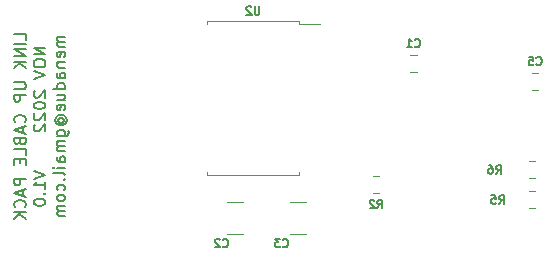
<source format=gbr>
G04 #@! TF.GenerationSoftware,KiCad,Pcbnew,5.1.5+dfsg1-2build2*
G04 #@! TF.CreationDate,2022-11-08T07:38:21+00:00*
G04 #@! TF.ProjectId,link-up-serial,6c696e6b-2d75-4702-9d73-657269616c2e,rev?*
G04 #@! TF.SameCoordinates,Original*
G04 #@! TF.FileFunction,Legend,Bot*
G04 #@! TF.FilePolarity,Positive*
%FSLAX46Y46*%
G04 Gerber Fmt 4.6, Leading zero omitted, Abs format (unit mm)*
G04 Created by KiCad (PCBNEW 5.1.5+dfsg1-2build2) date 2022-11-08 07:38:21*
%MOMM*%
%LPD*%
G04 APERTURE LIST*
%ADD10C,0.150000*%
%ADD11C,0.120000*%
G04 APERTURE END LIST*
D10*
X86686380Y-105061666D02*
X86686380Y-104585476D01*
X85686380Y-104585476D01*
X86686380Y-105395000D02*
X85686380Y-105395000D01*
X86686380Y-105871190D02*
X85686380Y-105871190D01*
X86686380Y-106442619D01*
X85686380Y-106442619D01*
X86686380Y-106918809D02*
X85686380Y-106918809D01*
X86686380Y-107490238D02*
X86114952Y-107061666D01*
X85686380Y-107490238D02*
X86257809Y-106918809D01*
X85686380Y-108680714D02*
X86495904Y-108680714D01*
X86591142Y-108728333D01*
X86638761Y-108775952D01*
X86686380Y-108871190D01*
X86686380Y-109061666D01*
X86638761Y-109156904D01*
X86591142Y-109204523D01*
X86495904Y-109252142D01*
X85686380Y-109252142D01*
X86686380Y-109728333D02*
X85686380Y-109728333D01*
X85686380Y-110109285D01*
X85734000Y-110204523D01*
X85781619Y-110252142D01*
X85876857Y-110299761D01*
X86019714Y-110299761D01*
X86114952Y-110252142D01*
X86162571Y-110204523D01*
X86210190Y-110109285D01*
X86210190Y-109728333D01*
X86591142Y-112061666D02*
X86638761Y-112014047D01*
X86686380Y-111871190D01*
X86686380Y-111775952D01*
X86638761Y-111633095D01*
X86543523Y-111537857D01*
X86448285Y-111490238D01*
X86257809Y-111442619D01*
X86114952Y-111442619D01*
X85924476Y-111490238D01*
X85829238Y-111537857D01*
X85734000Y-111633095D01*
X85686380Y-111775952D01*
X85686380Y-111871190D01*
X85734000Y-112014047D01*
X85781619Y-112061666D01*
X86400666Y-112442619D02*
X86400666Y-112918809D01*
X86686380Y-112347380D02*
X85686380Y-112680714D01*
X86686380Y-113014047D01*
X86162571Y-113680714D02*
X86210190Y-113823571D01*
X86257809Y-113871190D01*
X86353047Y-113918809D01*
X86495904Y-113918809D01*
X86591142Y-113871190D01*
X86638761Y-113823571D01*
X86686380Y-113728333D01*
X86686380Y-113347380D01*
X85686380Y-113347380D01*
X85686380Y-113680714D01*
X85734000Y-113775952D01*
X85781619Y-113823571D01*
X85876857Y-113871190D01*
X85972095Y-113871190D01*
X86067333Y-113823571D01*
X86114952Y-113775952D01*
X86162571Y-113680714D01*
X86162571Y-113347380D01*
X86686380Y-114823571D02*
X86686380Y-114347380D01*
X85686380Y-114347380D01*
X86162571Y-115156904D02*
X86162571Y-115490238D01*
X86686380Y-115633095D02*
X86686380Y-115156904D01*
X85686380Y-115156904D01*
X85686380Y-115633095D01*
X86686380Y-116823571D02*
X85686380Y-116823571D01*
X85686380Y-117204523D01*
X85734000Y-117299761D01*
X85781619Y-117347380D01*
X85876857Y-117395000D01*
X86019714Y-117395000D01*
X86114952Y-117347380D01*
X86162571Y-117299761D01*
X86210190Y-117204523D01*
X86210190Y-116823571D01*
X86400666Y-117775952D02*
X86400666Y-118252142D01*
X86686380Y-117680714D02*
X85686380Y-118014047D01*
X86686380Y-118347380D01*
X86591142Y-119252142D02*
X86638761Y-119204523D01*
X86686380Y-119061666D01*
X86686380Y-118966428D01*
X86638761Y-118823571D01*
X86543523Y-118728333D01*
X86448285Y-118680714D01*
X86257809Y-118633095D01*
X86114952Y-118633095D01*
X85924476Y-118680714D01*
X85829238Y-118728333D01*
X85734000Y-118823571D01*
X85686380Y-118966428D01*
X85686380Y-119061666D01*
X85734000Y-119204523D01*
X85781619Y-119252142D01*
X86686380Y-119680714D02*
X85686380Y-119680714D01*
X86686380Y-120252142D02*
X86114952Y-119823571D01*
X85686380Y-120252142D02*
X86257809Y-119680714D01*
X88336380Y-105728333D02*
X87336380Y-105728333D01*
X88336380Y-106299761D01*
X87336380Y-106299761D01*
X87336380Y-106966428D02*
X87336380Y-107156904D01*
X87384000Y-107252142D01*
X87479238Y-107347380D01*
X87669714Y-107395000D01*
X88003047Y-107395000D01*
X88193523Y-107347380D01*
X88288761Y-107252142D01*
X88336380Y-107156904D01*
X88336380Y-106966428D01*
X88288761Y-106871190D01*
X88193523Y-106775952D01*
X88003047Y-106728333D01*
X87669714Y-106728333D01*
X87479238Y-106775952D01*
X87384000Y-106871190D01*
X87336380Y-106966428D01*
X87336380Y-107680714D02*
X88336380Y-108014047D01*
X87336380Y-108347380D01*
X87431619Y-109395000D02*
X87384000Y-109442619D01*
X87336380Y-109537857D01*
X87336380Y-109775952D01*
X87384000Y-109871190D01*
X87431619Y-109918809D01*
X87526857Y-109966428D01*
X87622095Y-109966428D01*
X87764952Y-109918809D01*
X88336380Y-109347380D01*
X88336380Y-109966428D01*
X87336380Y-110585476D02*
X87336380Y-110680714D01*
X87384000Y-110775952D01*
X87431619Y-110823571D01*
X87526857Y-110871190D01*
X87717333Y-110918809D01*
X87955428Y-110918809D01*
X88145904Y-110871190D01*
X88241142Y-110823571D01*
X88288761Y-110775952D01*
X88336380Y-110680714D01*
X88336380Y-110585476D01*
X88288761Y-110490238D01*
X88241142Y-110442619D01*
X88145904Y-110395000D01*
X87955428Y-110347380D01*
X87717333Y-110347380D01*
X87526857Y-110395000D01*
X87431619Y-110442619D01*
X87384000Y-110490238D01*
X87336380Y-110585476D01*
X87431619Y-111299761D02*
X87384000Y-111347380D01*
X87336380Y-111442619D01*
X87336380Y-111680714D01*
X87384000Y-111775952D01*
X87431619Y-111823571D01*
X87526857Y-111871190D01*
X87622095Y-111871190D01*
X87764952Y-111823571D01*
X88336380Y-111252142D01*
X88336380Y-111871190D01*
X87431619Y-112252142D02*
X87384000Y-112299761D01*
X87336380Y-112395000D01*
X87336380Y-112633095D01*
X87384000Y-112728333D01*
X87431619Y-112775952D01*
X87526857Y-112823571D01*
X87622095Y-112823571D01*
X87764952Y-112775952D01*
X88336380Y-112204523D01*
X88336380Y-112823571D01*
X87336380Y-116156904D02*
X88336380Y-116490238D01*
X87336380Y-116823571D01*
X88336380Y-117680714D02*
X88336380Y-117109285D01*
X88336380Y-117395000D02*
X87336380Y-117395000D01*
X87479238Y-117299761D01*
X87574476Y-117204523D01*
X87622095Y-117109285D01*
X88241142Y-118109285D02*
X88288761Y-118156904D01*
X88336380Y-118109285D01*
X88288761Y-118061666D01*
X88241142Y-118109285D01*
X88336380Y-118109285D01*
X87336380Y-118775952D02*
X87336380Y-118871190D01*
X87384000Y-118966428D01*
X87431619Y-119014047D01*
X87526857Y-119061666D01*
X87717333Y-119109285D01*
X87955428Y-119109285D01*
X88145904Y-119061666D01*
X88241142Y-119014047D01*
X88288761Y-118966428D01*
X88336380Y-118871190D01*
X88336380Y-118775952D01*
X88288761Y-118680714D01*
X88241142Y-118633095D01*
X88145904Y-118585476D01*
X87955428Y-118537857D01*
X87717333Y-118537857D01*
X87526857Y-118585476D01*
X87431619Y-118633095D01*
X87384000Y-118680714D01*
X87336380Y-118775952D01*
X89986380Y-104799761D02*
X89319714Y-104799761D01*
X89414952Y-104799761D02*
X89367333Y-104847380D01*
X89319714Y-104942619D01*
X89319714Y-105085476D01*
X89367333Y-105180714D01*
X89462571Y-105228333D01*
X89986380Y-105228333D01*
X89462571Y-105228333D02*
X89367333Y-105275952D01*
X89319714Y-105371190D01*
X89319714Y-105514047D01*
X89367333Y-105609285D01*
X89462571Y-105656904D01*
X89986380Y-105656904D01*
X89938761Y-106514047D02*
X89986380Y-106418809D01*
X89986380Y-106228333D01*
X89938761Y-106133095D01*
X89843523Y-106085476D01*
X89462571Y-106085476D01*
X89367333Y-106133095D01*
X89319714Y-106228333D01*
X89319714Y-106418809D01*
X89367333Y-106514047D01*
X89462571Y-106561666D01*
X89557809Y-106561666D01*
X89653047Y-106085476D01*
X89319714Y-106990238D02*
X89986380Y-106990238D01*
X89414952Y-106990238D02*
X89367333Y-107037857D01*
X89319714Y-107133095D01*
X89319714Y-107275952D01*
X89367333Y-107371190D01*
X89462571Y-107418809D01*
X89986380Y-107418809D01*
X89986380Y-108323571D02*
X89462571Y-108323571D01*
X89367333Y-108275952D01*
X89319714Y-108180714D01*
X89319714Y-107990238D01*
X89367333Y-107895000D01*
X89938761Y-108323571D02*
X89986380Y-108228333D01*
X89986380Y-107990238D01*
X89938761Y-107895000D01*
X89843523Y-107847380D01*
X89748285Y-107847380D01*
X89653047Y-107895000D01*
X89605428Y-107990238D01*
X89605428Y-108228333D01*
X89557809Y-108323571D01*
X89986380Y-109228333D02*
X88986380Y-109228333D01*
X89938761Y-109228333D02*
X89986380Y-109133095D01*
X89986380Y-108942619D01*
X89938761Y-108847380D01*
X89891142Y-108799761D01*
X89795904Y-108752142D01*
X89510190Y-108752142D01*
X89414952Y-108799761D01*
X89367333Y-108847380D01*
X89319714Y-108942619D01*
X89319714Y-109133095D01*
X89367333Y-109228333D01*
X89319714Y-110133095D02*
X89986380Y-110133095D01*
X89319714Y-109704523D02*
X89843523Y-109704523D01*
X89938761Y-109752142D01*
X89986380Y-109847380D01*
X89986380Y-109990238D01*
X89938761Y-110085476D01*
X89891142Y-110133095D01*
X89938761Y-110990238D02*
X89986380Y-110895000D01*
X89986380Y-110704523D01*
X89938761Y-110609285D01*
X89843523Y-110561666D01*
X89462571Y-110561666D01*
X89367333Y-110609285D01*
X89319714Y-110704523D01*
X89319714Y-110895000D01*
X89367333Y-110990238D01*
X89462571Y-111037857D01*
X89557809Y-111037857D01*
X89653047Y-110561666D01*
X89510190Y-112085476D02*
X89462571Y-112037857D01*
X89414952Y-111942619D01*
X89414952Y-111847380D01*
X89462571Y-111752142D01*
X89510190Y-111704523D01*
X89605428Y-111656904D01*
X89700666Y-111656904D01*
X89795904Y-111704523D01*
X89843523Y-111752142D01*
X89891142Y-111847380D01*
X89891142Y-111942619D01*
X89843523Y-112037857D01*
X89795904Y-112085476D01*
X89414952Y-112085476D02*
X89795904Y-112085476D01*
X89843523Y-112133095D01*
X89843523Y-112180714D01*
X89795904Y-112275952D01*
X89700666Y-112323571D01*
X89462571Y-112323571D01*
X89319714Y-112228333D01*
X89224476Y-112085476D01*
X89176857Y-111895000D01*
X89224476Y-111704523D01*
X89319714Y-111561666D01*
X89462571Y-111466428D01*
X89653047Y-111418809D01*
X89843523Y-111466428D01*
X89986380Y-111561666D01*
X90081619Y-111704523D01*
X90129238Y-111895000D01*
X90081619Y-112085476D01*
X89986380Y-112228333D01*
X89319714Y-113180714D02*
X90129238Y-113180714D01*
X90224476Y-113133095D01*
X90272095Y-113085476D01*
X90319714Y-112990238D01*
X90319714Y-112847380D01*
X90272095Y-112752142D01*
X89938761Y-113180714D02*
X89986380Y-113085476D01*
X89986380Y-112895000D01*
X89938761Y-112799761D01*
X89891142Y-112752142D01*
X89795904Y-112704523D01*
X89510190Y-112704523D01*
X89414952Y-112752142D01*
X89367333Y-112799761D01*
X89319714Y-112895000D01*
X89319714Y-113085476D01*
X89367333Y-113180714D01*
X89986380Y-113656904D02*
X89319714Y-113656904D01*
X89414952Y-113656904D02*
X89367333Y-113704523D01*
X89319714Y-113799761D01*
X89319714Y-113942619D01*
X89367333Y-114037857D01*
X89462571Y-114085476D01*
X89986380Y-114085476D01*
X89462571Y-114085476D02*
X89367333Y-114133095D01*
X89319714Y-114228333D01*
X89319714Y-114371190D01*
X89367333Y-114466428D01*
X89462571Y-114514047D01*
X89986380Y-114514047D01*
X89986380Y-115418809D02*
X89462571Y-115418809D01*
X89367333Y-115371190D01*
X89319714Y-115275952D01*
X89319714Y-115085476D01*
X89367333Y-114990238D01*
X89938761Y-115418809D02*
X89986380Y-115323571D01*
X89986380Y-115085476D01*
X89938761Y-114990238D01*
X89843523Y-114942619D01*
X89748285Y-114942619D01*
X89653047Y-114990238D01*
X89605428Y-115085476D01*
X89605428Y-115323571D01*
X89557809Y-115418809D01*
X89986380Y-115895000D02*
X89319714Y-115895000D01*
X88986380Y-115895000D02*
X89034000Y-115847380D01*
X89081619Y-115895000D01*
X89034000Y-115942619D01*
X88986380Y-115895000D01*
X89081619Y-115895000D01*
X89986380Y-116514047D02*
X89938761Y-116418809D01*
X89843523Y-116371190D01*
X88986380Y-116371190D01*
X89891142Y-116895000D02*
X89938761Y-116942619D01*
X89986380Y-116895000D01*
X89938761Y-116847380D01*
X89891142Y-116895000D01*
X89986380Y-116895000D01*
X89938761Y-117799761D02*
X89986380Y-117704523D01*
X89986380Y-117514047D01*
X89938761Y-117418809D01*
X89891142Y-117371190D01*
X89795904Y-117323571D01*
X89510190Y-117323571D01*
X89414952Y-117371190D01*
X89367333Y-117418809D01*
X89319714Y-117514047D01*
X89319714Y-117704523D01*
X89367333Y-117799761D01*
X89986380Y-118371190D02*
X89938761Y-118275952D01*
X89891142Y-118228333D01*
X89795904Y-118180714D01*
X89510190Y-118180714D01*
X89414952Y-118228333D01*
X89367333Y-118275952D01*
X89319714Y-118371190D01*
X89319714Y-118514047D01*
X89367333Y-118609285D01*
X89414952Y-118656904D01*
X89510190Y-118704523D01*
X89795904Y-118704523D01*
X89891142Y-118656904D01*
X89938761Y-118609285D01*
X89986380Y-118514047D01*
X89986380Y-118371190D01*
X89986380Y-119133095D02*
X89319714Y-119133095D01*
X89414952Y-119133095D02*
X89367333Y-119180714D01*
X89319714Y-119275952D01*
X89319714Y-119418809D01*
X89367333Y-119514047D01*
X89462571Y-119561666D01*
X89986380Y-119561666D01*
X89462571Y-119561666D02*
X89367333Y-119609285D01*
X89319714Y-119704523D01*
X89319714Y-119847380D01*
X89367333Y-119942619D01*
X89462571Y-119990238D01*
X89986380Y-119990238D01*
D11*
X109778000Y-103707000D02*
X111593000Y-103707000D01*
X109778000Y-103472000D02*
X109778000Y-103707000D01*
X105918000Y-103472000D02*
X109778000Y-103472000D01*
X102058000Y-103472000D02*
X102058000Y-103707000D01*
X105918000Y-103472000D02*
X102058000Y-103472000D01*
X109778000Y-116492000D02*
X109778000Y-116257000D01*
X105918000Y-116492000D02*
X109778000Y-116492000D01*
X102058000Y-116492000D02*
X102058000Y-116257000D01*
X105918000Y-116492000D02*
X102058000Y-116492000D01*
X129767064Y-116813000D02*
X129312936Y-116813000D01*
X129767064Y-115343000D02*
X129312936Y-115343000D01*
X129767064Y-119353000D02*
X129312936Y-119353000D01*
X129767064Y-117883000D02*
X129312936Y-117883000D01*
X116104936Y-116613000D02*
X116559064Y-116613000D01*
X116104936Y-118083000D02*
X116559064Y-118083000D01*
X130055252Y-109320000D02*
X129532748Y-109320000D01*
X130055252Y-107850000D02*
X129532748Y-107850000D01*
X110439252Y-121502000D02*
X109016748Y-121502000D01*
X110439252Y-118782000D02*
X109016748Y-118782000D01*
X103682748Y-118782000D02*
X105105252Y-118782000D01*
X103682748Y-121502000D02*
X105105252Y-121502000D01*
X119768252Y-107796000D02*
X119245748Y-107796000D01*
X119768252Y-106326000D02*
X119245748Y-106326000D01*
D10*
X106451333Y-102248666D02*
X106451333Y-102815333D01*
X106418000Y-102882000D01*
X106384666Y-102915333D01*
X106318000Y-102948666D01*
X106184666Y-102948666D01*
X106118000Y-102915333D01*
X106084666Y-102882000D01*
X106051333Y-102815333D01*
X106051333Y-102248666D01*
X105751333Y-102315333D02*
X105718000Y-102282000D01*
X105651333Y-102248666D01*
X105484666Y-102248666D01*
X105418000Y-102282000D01*
X105384666Y-102315333D01*
X105351333Y-102382000D01*
X105351333Y-102448666D01*
X105384666Y-102548666D01*
X105784666Y-102948666D01*
X105351333Y-102948666D01*
X126481666Y-116394666D02*
X126715000Y-116061333D01*
X126881666Y-116394666D02*
X126881666Y-115694666D01*
X126615000Y-115694666D01*
X126548333Y-115728000D01*
X126515000Y-115761333D01*
X126481666Y-115828000D01*
X126481666Y-115928000D01*
X126515000Y-115994666D01*
X126548333Y-116028000D01*
X126615000Y-116061333D01*
X126881666Y-116061333D01*
X125881666Y-115694666D02*
X126015000Y-115694666D01*
X126081666Y-115728000D01*
X126115000Y-115761333D01*
X126181666Y-115861333D01*
X126215000Y-115994666D01*
X126215000Y-116261333D01*
X126181666Y-116328000D01*
X126148333Y-116361333D01*
X126081666Y-116394666D01*
X125948333Y-116394666D01*
X125881666Y-116361333D01*
X125848333Y-116328000D01*
X125815000Y-116261333D01*
X125815000Y-116094666D01*
X125848333Y-116028000D01*
X125881666Y-115994666D01*
X125948333Y-115961333D01*
X126081666Y-115961333D01*
X126148333Y-115994666D01*
X126181666Y-116028000D01*
X126215000Y-116094666D01*
X126735666Y-118934666D02*
X126969000Y-118601333D01*
X127135666Y-118934666D02*
X127135666Y-118234666D01*
X126869000Y-118234666D01*
X126802333Y-118268000D01*
X126769000Y-118301333D01*
X126735666Y-118368000D01*
X126735666Y-118468000D01*
X126769000Y-118534666D01*
X126802333Y-118568000D01*
X126869000Y-118601333D01*
X127135666Y-118601333D01*
X126102333Y-118234666D02*
X126435666Y-118234666D01*
X126469000Y-118568000D01*
X126435666Y-118534666D01*
X126369000Y-118501333D01*
X126202333Y-118501333D01*
X126135666Y-118534666D01*
X126102333Y-118568000D01*
X126069000Y-118634666D01*
X126069000Y-118801333D01*
X126102333Y-118868000D01*
X126135666Y-118901333D01*
X126202333Y-118934666D01*
X126369000Y-118934666D01*
X126435666Y-118901333D01*
X126469000Y-118868000D01*
X116448666Y-119314666D02*
X116682000Y-118981333D01*
X116848666Y-119314666D02*
X116848666Y-118614666D01*
X116582000Y-118614666D01*
X116515333Y-118648000D01*
X116482000Y-118681333D01*
X116448666Y-118748000D01*
X116448666Y-118848000D01*
X116482000Y-118914666D01*
X116515333Y-118948000D01*
X116582000Y-118981333D01*
X116848666Y-118981333D01*
X116182000Y-118681333D02*
X116148666Y-118648000D01*
X116082000Y-118614666D01*
X115915333Y-118614666D01*
X115848666Y-118648000D01*
X115815333Y-118681333D01*
X115782000Y-118748000D01*
X115782000Y-118814666D01*
X115815333Y-118914666D01*
X116215333Y-119314666D01*
X115782000Y-119314666D01*
X129910666Y-107155000D02*
X129944000Y-107188333D01*
X130044000Y-107221666D01*
X130110666Y-107221666D01*
X130210666Y-107188333D01*
X130277333Y-107121666D01*
X130310666Y-107055000D01*
X130344000Y-106921666D01*
X130344000Y-106821666D01*
X130310666Y-106688333D01*
X130277333Y-106621666D01*
X130210666Y-106555000D01*
X130110666Y-106521666D01*
X130044000Y-106521666D01*
X129944000Y-106555000D01*
X129910666Y-106588333D01*
X129277333Y-106521666D02*
X129610666Y-106521666D01*
X129644000Y-106855000D01*
X129610666Y-106821666D01*
X129544000Y-106788333D01*
X129377333Y-106788333D01*
X129310666Y-106821666D01*
X129277333Y-106855000D01*
X129244000Y-106921666D01*
X129244000Y-107088333D01*
X129277333Y-107155000D01*
X129310666Y-107188333D01*
X129377333Y-107221666D01*
X129544000Y-107221666D01*
X129610666Y-107188333D01*
X129644000Y-107155000D01*
X108447666Y-122551000D02*
X108481000Y-122584333D01*
X108581000Y-122617666D01*
X108647666Y-122617666D01*
X108747666Y-122584333D01*
X108814333Y-122517666D01*
X108847666Y-122451000D01*
X108881000Y-122317666D01*
X108881000Y-122217666D01*
X108847666Y-122084333D01*
X108814333Y-122017666D01*
X108747666Y-121951000D01*
X108647666Y-121917666D01*
X108581000Y-121917666D01*
X108481000Y-121951000D01*
X108447666Y-121984333D01*
X108214333Y-121917666D02*
X107781000Y-121917666D01*
X108014333Y-122184333D01*
X107914333Y-122184333D01*
X107847666Y-122217666D01*
X107814333Y-122251000D01*
X107781000Y-122317666D01*
X107781000Y-122484333D01*
X107814333Y-122551000D01*
X107847666Y-122584333D01*
X107914333Y-122617666D01*
X108114333Y-122617666D01*
X108181000Y-122584333D01*
X108214333Y-122551000D01*
X103367666Y-122551000D02*
X103401000Y-122584333D01*
X103501000Y-122617666D01*
X103567666Y-122617666D01*
X103667666Y-122584333D01*
X103734333Y-122517666D01*
X103767666Y-122451000D01*
X103801000Y-122317666D01*
X103801000Y-122217666D01*
X103767666Y-122084333D01*
X103734333Y-122017666D01*
X103667666Y-121951000D01*
X103567666Y-121917666D01*
X103501000Y-121917666D01*
X103401000Y-121951000D01*
X103367666Y-121984333D01*
X103101000Y-121984333D02*
X103067666Y-121951000D01*
X103001000Y-121917666D01*
X102834333Y-121917666D01*
X102767666Y-121951000D01*
X102734333Y-121984333D01*
X102701000Y-122051000D01*
X102701000Y-122117666D01*
X102734333Y-122217666D01*
X103134333Y-122617666D01*
X102701000Y-122617666D01*
X119623666Y-105631000D02*
X119657000Y-105664333D01*
X119757000Y-105697666D01*
X119823666Y-105697666D01*
X119923666Y-105664333D01*
X119990333Y-105597666D01*
X120023666Y-105531000D01*
X120057000Y-105397666D01*
X120057000Y-105297666D01*
X120023666Y-105164333D01*
X119990333Y-105097666D01*
X119923666Y-105031000D01*
X119823666Y-104997666D01*
X119757000Y-104997666D01*
X119657000Y-105031000D01*
X119623666Y-105064333D01*
X118957000Y-105697666D02*
X119357000Y-105697666D01*
X119157000Y-105697666D02*
X119157000Y-104997666D01*
X119223666Y-105097666D01*
X119290333Y-105164333D01*
X119357000Y-105197666D01*
M02*

</source>
